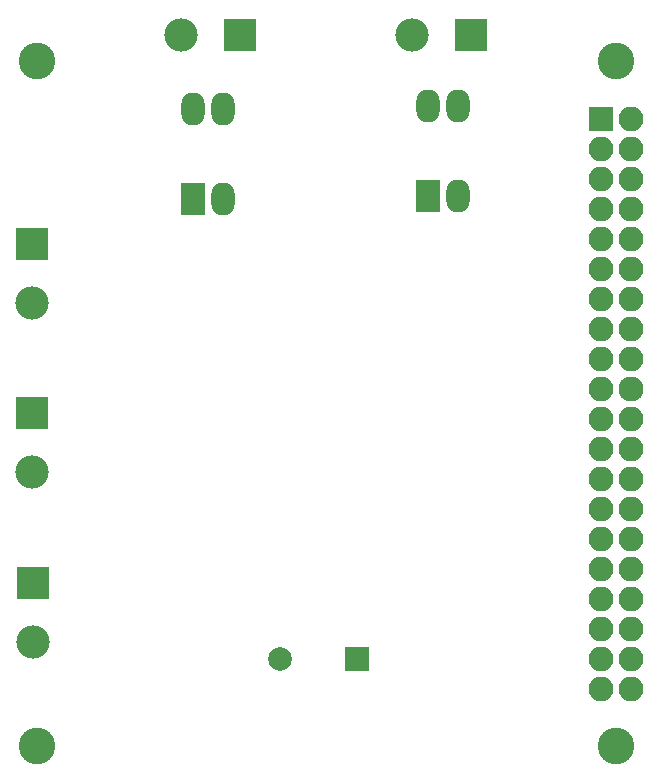
<source format=gbs>
G04 #@! TF.FileFunction,Soldermask,Bot*
%FSLAX46Y46*%
G04 Gerber Fmt 4.6, Leading zero omitted, Abs format (unit mm)*
G04 Created by KiCad (PCBNEW 4.0.7) date Fri Feb  2 23:20:03 2018*
%MOMM*%
%LPD*%
G01*
G04 APERTURE LIST*
%ADD10C,0.100000*%
%ADD11R,2.100000X2.100000*%
%ADD12O,2.100000X2.100000*%
%ADD13O,2.127200X2.127200*%
%ADD14C,3.100000*%
%ADD15R,2.000000X2.000000*%
%ADD16C,2.000000*%
%ADD17R,2.813000X2.813000*%
%ADD18C,2.813000*%
%ADD19R,2.000000X2.800000*%
%ADD20O,2.000000X2.800000*%
G04 APERTURE END LIST*
D10*
D11*
X167513000Y-69469000D03*
D12*
X170053000Y-69469000D03*
X167513000Y-72009000D03*
X170053000Y-72009000D03*
X167513000Y-74549000D03*
X170053000Y-74549000D03*
X167513000Y-77089000D03*
X170053000Y-77089000D03*
X167513000Y-79629000D03*
X170053000Y-79629000D03*
X167513000Y-82169000D03*
X170053000Y-82169000D03*
X167513000Y-84709000D03*
X170053000Y-84709000D03*
X167513000Y-87249000D03*
X170053000Y-87249000D03*
X167513000Y-89789000D03*
X170053000Y-89789000D03*
X167513000Y-92329000D03*
D13*
X170053000Y-92329000D03*
D12*
X167513000Y-94869000D03*
X170053000Y-94869000D03*
X167513000Y-97409000D03*
X170053000Y-97409000D03*
X167513000Y-99949000D03*
X170053000Y-99949000D03*
X167513000Y-102489000D03*
X170053000Y-102489000D03*
X167513000Y-105029000D03*
X170053000Y-105029000D03*
X167513000Y-107569000D03*
X170053000Y-107569000D03*
X167513000Y-110109000D03*
X170053000Y-110109000D03*
X167513000Y-112649000D03*
X170053000Y-112649000D03*
X167513000Y-115189000D03*
X170053000Y-115189000D03*
X167513000Y-117729000D03*
X170053000Y-117729000D03*
D14*
X168783000Y-64516000D03*
X119761000Y-64516000D03*
X119761000Y-122555000D03*
X168783000Y-122555000D03*
D15*
X146862800Y-115214400D03*
D16*
X140362800Y-115214400D03*
D17*
X156565600Y-62382400D03*
D18*
X151565600Y-62382400D03*
D17*
X137007600Y-62357000D03*
D18*
X132007600Y-62357000D03*
D17*
X119405400Y-80010000D03*
D18*
X119405400Y-85010000D03*
D17*
X119456200Y-108788200D03*
D18*
X119456200Y-113788200D03*
D17*
X119405400Y-94335600D03*
D18*
X119405400Y-99335600D03*
D19*
X152908000Y-76022200D03*
D20*
X155448000Y-68402200D03*
X155448000Y-76022200D03*
X152908000Y-68402200D03*
D19*
X132994400Y-76200000D03*
D20*
X135534400Y-68580000D03*
X135534400Y-76200000D03*
X132994400Y-68580000D03*
M02*

</source>
